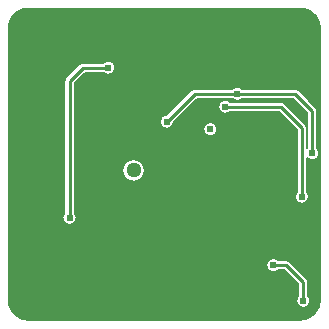
<source format=gbl>
G04 Layer: BottomLayer*
G04 EasyEDA Pro v1.7.31.78bc6e, 2022-08-09 17:47:50*
G04 Gerber Generator version 0.3*
G04 Scale: 100 percent, Rotated: No, Reflected: No*
G04 Dimensions in millimeters*
G04 Leading zeros omitted, absolute positions, 3 integers and 3 decimals*
%FSLAX33Y33*%
%MOMM*%
%ADD999C,0.2032*%
%ADD10C,0.610001*%
%ADD11C,1.2954*%
%ADD12C,0.6096*%
%ADD13C,1.397*%
%ADD14C,0.254*%
G75*


G04 Copper Start*
G36*
G01X26820Y2203D02*
G02X25102Y485I-1718J0D01*
G01X2152D01*
G02X483Y1799I0J1718D01*
G01Y25557D01*
G02X1748Y26822I1669J-404D01*
G01X25506D01*
G02X26820Y25153I-404J-1669D01*
G01Y2203D01*
G37*
%LPC*%
G36*
G01X24661Y10922D02*
G03X25273Y10310I612J0D01*
G03X25885Y10922I0J612D01*
G03X25707Y11354I-612J0D01*
G01Y14195D01*
G03X26162Y13993I455J410D01*
G03X26774Y14605I0J612D01*
G03X26596Y15037I-612J0D01*
G01Y18161D01*
G03X26469Y18468I-434J0D01*
G01X24996Y19941D01*
G03X24689Y20069I-307J-307D01*
G01X20244D01*
G03X19812Y20247I-432J-434D01*
G03X19380Y20069I0J-612D01*
G01X16205D01*
G03X15898Y19941I0J-434D01*
G01X13841Y17884D01*
G03X13231Y17272I2J-612D01*
G03X13843Y16660I612J0D01*
G03X14455Y17270I0J612D01*
G01X16385Y19200D01*
G01X19380D01*
G03X19812Y19022I432J434D01*
G03X20244Y19200I0J612D01*
G01X24509D01*
G01X25728Y17981D01*
G01Y15037D01*
G03X25707Y15015I434J-432D01*
G01Y16764D01*
G03X25580Y17071I-434J0D01*
G01X23802Y18849D01*
G03X23495Y18976I-307J-307D01*
G01X19228D01*
G03X18796Y19154I-432J-434D01*
G03X18184Y18542I0J-612D01*
G03X18796Y17930I612J0D01*
G03X19228Y18108I0J612D01*
G01X23315D01*
G01X24839Y16584D01*
G01Y11354D01*
G03X24661Y10922I434J-432D01*
G37*
G36*
G01X4989Y9144D02*
G03X5602Y8532I612J0D01*
G03X6214Y9144I0J612D01*
G03X6036Y9576I-612J0D01*
G01Y20535D01*
G01X6911Y21410D01*
G01X8458D01*
G03X8890Y21232I432J434D01*
G03X9502Y21844I0J612D01*
G03X8890Y22456I-612J0D01*
G03X8458Y22278I0J-612D01*
G01X6731D01*
G03X6424Y22151I0J-434D01*
G01X5294Y21022D01*
G03X5167Y20715I307J-307D01*
G01Y9576D01*
G03X4989Y9144I434J-432D01*
G37*
G36*
G01X24788Y2107D02*
G03X25400Y1495I612J0D01*
G03X26012Y2107I0J612D01*
G03X25834Y2539I-612J0D01*
G01Y3683D01*
G03X25707Y3990I-434J0D01*
G01X24273Y5424D01*
G03X23966Y5551I-307J-307D01*
G01X23292D01*
G03X22860Y5729I-432J-434D01*
G03X22248Y5117I0J-612D01*
G03X22860Y4505I612J0D01*
G03X23292Y4683I0J612D01*
G01X23786D01*
G01X24966Y3503D01*
G01Y2539D01*
G03X24788Y2107I434J-432D01*
G37*
G36*
G01X10069Y13145D02*
G03X11024Y12189I955J0D01*
G03X11979Y13145I0J955D01*
G03X11024Y14100I-955J0D01*
G03X10069Y13145I0J-955D01*
G37*
G36*
G01X16914Y16637D02*
G03X17526Y16025I612J0D01*
G03X18138Y16637I0J612D01*
G03X17526Y17249I-612J0D01*
G03X16914Y16637I0J-612D01*
G37*
%LPD*%
G54D999*
G01X26820Y2203D02*
G02X25102Y485I-1718J0D01*
G01X2152D01*
G02X483Y1799I0J1718D01*
G01Y25557D01*
G02X1748Y26822I1669J-404D01*
G01X25506D01*
G02X26820Y25153I-404J-1669D01*
G01Y2203D01*
G01X24661Y10922D02*
G03X25273Y10310I612J0D01*
G03X25885Y10922I0J612D01*
G03X25707Y11354I-612J0D01*
G01Y14195D01*
G03X26162Y13993I455J410D01*
G03X26774Y14605I0J612D01*
G03X26596Y15037I-612J0D01*
G01Y18161D01*
G03X26469Y18468I-434J0D01*
G01X24996Y19941D01*
G03X24689Y20069I-307J-307D01*
G01X20244D01*
G03X19812Y20247I-432J-434D01*
G03X19380Y20069I0J-612D01*
G01X16205D01*
G03X15898Y19941I0J-434D01*
G01X13841Y17884D01*
G03X13231Y17272I2J-612D01*
G03X13843Y16660I612J0D01*
G03X14455Y17270I0J612D01*
G01X16385Y19200D01*
G01X19380D01*
G03X19812Y19022I432J434D01*
G03X20244Y19200I0J612D01*
G01X24509D01*
G01X25728Y17981D01*
G01Y15037D01*
G03X25707Y15015I434J-432D01*
G01Y16764D01*
G03X25580Y17071I-434J0D01*
G01X23802Y18849D01*
G03X23495Y18976I-307J-307D01*
G01X19228D01*
G03X18796Y19154I-432J-434D01*
G03X18184Y18542I0J-612D01*
G03X18796Y17930I612J0D01*
G03X19228Y18108I0J612D01*
G01X23315D01*
G01X24839Y16584D01*
G01Y11354D01*
G03X24661Y10922I434J-432D01*
G01X4989Y9144D02*
G03X5602Y8532I612J0D01*
G03X6214Y9144I0J612D01*
G03X6036Y9576I-612J0D01*
G01Y20535D01*
G01X6911Y21410D01*
G01X8458D01*
G03X8890Y21232I432J434D01*
G03X9502Y21844I0J612D01*
G03X8890Y22456I-612J0D01*
G03X8458Y22278I0J-612D01*
G01X6731D01*
G03X6424Y22151I0J-434D01*
G01X5294Y21022D01*
G03X5167Y20715I307J-307D01*
G01Y9576D01*
G03X4989Y9144I434J-432D01*
G01X24788Y2107D02*
G03X25400Y1495I612J0D01*
G03X26012Y2107I0J612D01*
G03X25834Y2539I-612J0D01*
G01Y3683D01*
G03X25707Y3990I-434J0D01*
G01X24273Y5424D01*
G03X23966Y5551I-307J-307D01*
G01X23292D01*
G03X22860Y5729I-432J-434D01*
G03X22248Y5117I0J-612D01*
G03X22860Y4505I612J0D01*
G03X23292Y4683I0J612D01*
G01X23786D01*
G01X24966Y3503D01*
G01Y2539D01*
G03X24788Y2107I434J-432D01*
G01X10069Y13145D02*
G03X11024Y12189I955J0D01*
G03X11979Y13145I0J955D01*
G03X11024Y14100I-955J0D01*
G03X10069Y13145I0J-955D01*
G01X16914Y16637D02*
G03X17526Y16025I612J0D01*
G03X18138Y16637I0J612D01*
G03X17526Y17249I-612J0D01*
G03X16914Y16637I0J-612D01*
G04 Copper End*

G04 Via Start*
G54D10*
G01X2413Y2667D03*
G01X19685Y3175D03*
G54D11*
G01X11024Y13145D03*
G54D10*
G01X26162Y14605D03*
G01X25273Y10922D03*
G01X22860Y5117D03*
G01X25400Y2107D03*
G01X18796Y18542D03*
G01X19812Y19634D03*
G01X13843Y17272D03*
G01X17526Y16637D03*
G01X9414Y13145D03*
G01X11049Y14732D03*
G01X13081Y14732D03*
G01X15113Y14732D03*
G01X12065Y15875D03*
G01X14097Y15875D03*
G01X16129Y15875D03*
G01X7493Y11049D03*
G01X4572Y17399D03*
G01X4572Y14986D03*
G01X3810Y19431D03*
G01X10541Y25654D03*
G01X16637Y23876D03*
G01X14478Y25654D03*
G01X21082Y23876D03*
G01X21082Y20828D03*
G01X21082Y25654D03*
G01X8636Y9017D03*
G01X8636Y7493D03*
G01X3683Y3810D03*
G01X11049Y3810D03*
G01X7493Y2667D03*
G01X14351Y2794D03*
G01X25250Y8128D03*
G01X15621Y17526D03*
G01X21082Y17399D03*
G01X24638Y20828D03*
G01X1397Y9144D03*
G01X4826Y25654D03*
G01X11938Y11303D03*
G01X11938Y10287D03*
G01X11938Y9271D03*
G01X19558Y15367D03*
G01X5602Y9144D03*
G01X8890Y21844D03*
G01X9525Y6096D03*
G01X2667Y9144D03*
G01X11430Y6096D03*
G01X12827Y5461D03*
G01X14351Y5461D03*
G01X15875Y5461D03*
G01X12446Y8382D03*
G01X13335Y7874D03*
G01X14478Y7874D03*
G01X7493Y9779D03*
G01X13081Y13145D03*
G01X14478Y11303D03*
G01X14478Y10287D03*
G01X14478Y9144D03*
G01X18466Y5969D03*
G54D12*
G01X21717Y8001D03*
G01X19685Y10033D03*
G54D13*
G01X20701Y9017D03*
G54D12*
G01X21717Y10033D03*
G01X19685Y8001D03*
G04 Via End*

G04 Track Start*
G54D14*
G01X22860Y5117D02*
G01X23966Y5117D01*
G01X25400Y3683D01*
G01Y2107D01*
G01X18796Y18542D02*
G01X23495Y18542D01*
G01X6731Y21844D02*
G01X8890Y21844D01*
G01X5602Y9144D02*
G01X5602Y20715D01*
G01X6731Y21844D01*
G01X16205Y19634D02*
G01X19812Y19634D01*
G01X13843Y17272D02*
G01X16205Y19634D01*
G01X26162Y14605D02*
G01X26162Y18161D01*
G01X24689Y19634D01*
G01X19812D01*
G01X25273Y10922D02*
G01X25273Y16764D01*
G01X23495Y18542D01*
G04 Track End*

M02*

</source>
